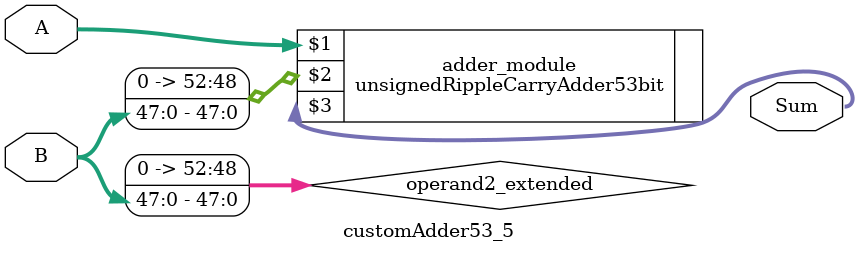
<source format=v>
module customAdder53_5(
                        input [52 : 0] A,
                        input [47 : 0] B,
                        
                        output [53 : 0] Sum
                );

        wire [52 : 0] operand2_extended;
        
        assign operand2_extended =  {5'b0, B};
        
        unsignedRippleCarryAdder53bit adder_module(
            A,
            operand2_extended,
            Sum
        );
        
        endmodule
        
</source>
